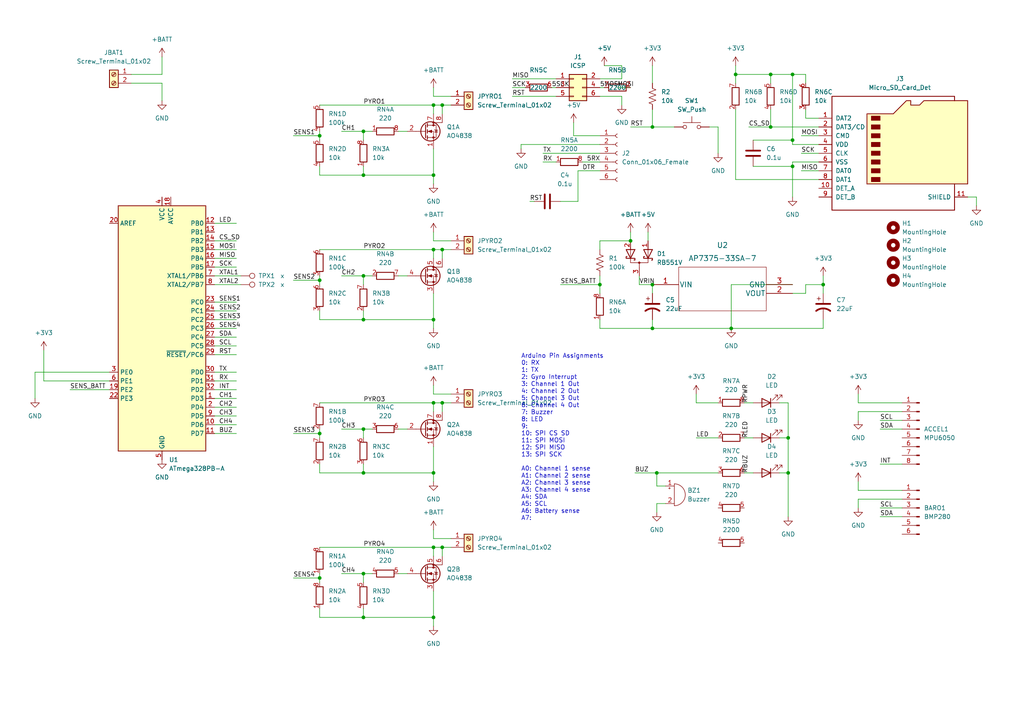
<source format=kicad_sch>
(kicad_sch (version 20211123) (generator eeschema)
  (paper "A4")
  (junction (at 229.87 48.26))
  (junction (at 125.73 30.48))
  (junction (at 105.41 137.16))
  (junction (at 125.73 137.16))
  (junction (at -40.64 40.64))
  (junction (at 125.73 116.84))
  (junction (at -40.64 33.02))
  (junction (at 229.87 40.64))
  (junction (at 105.41 50.8))
  (junction (at 228.6 127))
  (junction (at 238.76 82.55))
  (junction (at 223.52 21.59))
  (junction (at 92.71 81.28))
  (junction (at 189.23 95.25))
  (junction (at 173.99 82.55))
  (junction (at 223.52 36.83))
  (junction (at 128.27 116.84))
  (junction (at 105.41 179.07))
  (junction (at -20.32 143.51))
  (junction (at 189.23 36.83))
  (junction (at 105.41 80.01))
  (junction (at 105.41 166.37))
  (junction (at 229.87 21.59))
  (junction (at 228.6 137.16))
  (junction (at 125.73 72.39))
  (junction (at 125.73 179.07))
  (junction (at 189.23 82.55))
  (junction (at 128.27 72.39))
  (junction (at 128.27 158.75))
  (junction (at 213.36 21.59))
  (junction (at 190.5 137.16))
  (junction (at 105.41 38.1))
  (junction (at 125.73 158.75))
  (junction (at 105.41 124.46))
  (junction (at -35.56 33.02))
  (junction (at 128.27 30.48))
  (junction (at 125.73 92.71))
  (junction (at 212.09 95.25))
  (junction (at -19.05 33.02))
  (junction (at 105.41 92.71))
  (junction (at 182.88 69.85))
  (junction (at 92.71 167.64))
  (junction (at 92.71 125.73))
  (junction (at 92.71 39.37))
  (junction (at 125.73 50.8))
  (wire (pts (xy 130.81 116.84) (xy 128.27 116.84)))
  (wire (pts (xy 166.37 39.37) (xy 173.99 39.37)))
  (wire (pts (xy 151.13 41.91) (xy 173.99 41.91)))
  (wire (pts (xy 107.95 80.01) (xy 105.41 80.01)))
  (wire (pts (xy 92.71 48.26) (xy 92.71 50.8)))
  (wire (pts (xy 125.73 156.21) (xy 125.73 153.67)))
  (wire (pts (xy 173.99 92.71) (xy 173.99 95.25)))
  (wire (pts (xy 130.81 30.48) (xy 128.27 30.48)))
  (wire (pts (xy 92.71 167.64) (xy 92.71 168.91)))
  (wire (pts (xy 125.73 72.39) (xy 128.27 72.39)))
  (wire (pts (xy 173.99 25.4) (xy 175.26 25.4)))
  (wire (pts (xy 62.23 125.73) (xy 68.58 125.73)))
  (wire (pts (xy 130.81 72.39) (xy 128.27 72.39)))
  (wire (pts (xy 62.23 113.03) (xy 68.58 113.03)))
  (wire (pts (xy 92.71 124.46) (xy 92.71 125.73)))
  (wire (pts (xy 233.68 24.13) (xy 233.68 21.59)))
  (wire (pts (xy 233.68 82.55) (xy 233.68 85.09)))
  (wire (pts (xy 229.87 21.59) (xy 233.68 21.59)))
  (wire (pts (xy 125.73 43.18) (xy 125.73 50.8)))
  (wire (pts (xy 92.71 39.37) (xy 92.71 40.64)))
  (wire (pts (xy 92.71 134.62) (xy 92.71 137.16)))
  (wire (pts (xy 46.99 24.13) (xy 46.99 29.21)))
  (wire (pts (xy -40.64 33.02) (xy -35.56 33.02)))
  (wire (pts (xy 62.23 92.71) (xy 68.58 92.71)))
  (wire (pts (xy 38.1 24.13) (xy 46.99 24.13)))
  (wire (pts (xy 215.9 127) (xy 218.44 127)))
  (wire (pts (xy 148.59 25.4) (xy 152.4 25.4)))
  (wire (pts (xy 62.23 123.19) (xy 68.58 123.19)))
  (wire (pts (xy 255.27 147.32) (xy 261.62 147.32)))
  (wire (pts (xy 182.88 67.31) (xy 182.88 69.85)))
  (wire (pts (xy 62.23 118.11) (xy 68.58 118.11)))
  (wire (pts (xy 107.95 38.1) (xy 105.41 38.1)))
  (wire (pts (xy 85.09 125.73) (xy 92.71 125.73)))
  (wire (pts (xy 190.5 140.97) (xy 190.5 137.16)))
  (wire (pts (xy -19.05 33.02) (xy -16.51 33.02)))
  (wire (pts (xy 92.71 137.16) (xy 105.41 137.16)))
  (wire (pts (xy 237.49 41.91) (xy 229.87 41.91)))
  (wire (pts (xy 162.56 82.55) (xy 173.99 82.55)))
  (wire (pts (xy 130.81 156.21) (xy 125.73 156.21)))
  (wire (pts (xy 128.27 158.75) (xy 128.27 161.29)))
  (wire (pts (xy 148.59 27.94) (xy 161.29 27.94)))
  (wire (pts (xy 92.71 179.07) (xy 105.41 179.07)))
  (wire (pts (xy 151.13 41.91) (xy 151.13 43.18)))
  (wire (pts (xy 99.06 38.1) (xy 105.41 38.1)))
  (wire (pts (xy 173.99 49.53) (xy 167.64 49.53)))
  (wire (pts (xy 10.16 107.95) (xy 10.16 115.57)))
  (wire (pts (xy 180.34 19.05) (xy 175.26 19.05)))
  (wire (pts (xy 228.6 116.84) (xy 228.6 127)))
  (wire (pts (xy -21.59 143.51) (xy -21.59 142.24)))
  (wire (pts (xy 99.06 124.46) (xy 105.41 124.46)))
  (wire (pts (xy 190.5 137.16) (xy 208.28 137.16)))
  (wire (pts (xy 125.73 179.07) (xy 125.73 181.61)))
  (wire (pts (xy 92.71 92.71) (xy 105.41 92.71)))
  (wire (pts (xy 185.42 82.55) (xy 189.23 82.55)))
  (wire (pts (xy 128.27 72.39) (xy 128.27 74.93)))
  (wire (pts (xy 105.41 124.46) (xy 105.41 127)))
  (wire (pts (xy 125.73 158.75) (xy 128.27 158.75)))
  (wire (pts (xy 237.49 46.99) (xy 229.87 46.99)))
  (wire (pts (xy 168.91 46.99) (xy 173.99 46.99)))
  (wire (pts (xy 105.41 92.71) (xy 125.73 92.71)))
  (wire (pts (xy 226.06 137.16) (xy 228.6 137.16)))
  (wire (pts (xy 237.49 34.29) (xy 233.68 34.29)))
  (wire (pts (xy 193.04 140.97) (xy 190.5 140.97)))
  (wire (pts (xy 62.23 115.57) (xy 68.58 115.57)))
  (wire (pts (xy 215.9 116.84) (xy 218.44 116.84)))
  (wire (pts (xy 213.36 21.59) (xy 213.36 24.13)))
  (wire (pts (xy 105.41 179.07) (xy 125.73 179.07)))
  (wire (pts (xy 31.75 110.49) (xy 12.7 110.49)))
  (wire (pts (xy -19.05 143.51) (xy -20.32 143.51)))
  (wire (pts (xy 92.71 72.39) (xy 125.73 72.39)))
  (wire (pts (xy 167.64 58.42) (xy 162.56 58.42)))
  (wire (pts (xy 217.17 36.83) (xy 223.52 36.83)))
  (wire (pts (xy 223.52 24.13) (xy 223.52 21.59)))
  (wire (pts (xy 125.73 74.93) (xy 125.73 72.39)))
  (wire (pts (xy -19.05 33.02) (xy -19.05 50.8)))
  (wire (pts (xy 12.7 101.6) (xy 12.7 110.49)))
  (wire (pts (xy 105.41 90.17) (xy 105.41 92.71)))
  (wire (pts (xy 193.04 146.05) (xy 190.5 146.05)))
  (wire (pts (xy 248.92 144.78) (xy 248.92 147.32)))
  (wire (pts (xy 218.44 48.26) (xy 229.87 48.26)))
  (wire (pts (xy 125.73 69.85) (xy 125.73 67.31)))
  (wire (pts (xy 92.71 116.84) (xy 125.73 116.84)))
  (wire (pts (xy 223.52 21.59) (xy 213.36 21.59)))
  (wire (pts (xy 189.23 82.55) (xy 189.23 85.09)))
  (wire (pts (xy 115.57 166.37) (xy 118.11 166.37)))
  (wire (pts (xy 38.1 21.59) (xy 46.99 21.59)))
  (wire (pts (xy 92.71 158.75) (xy 125.73 158.75)))
  (wire (pts (xy 69.85 80.01) (xy 62.23 80.01)))
  (wire (pts (xy 125.73 116.84) (xy 128.27 116.84)))
  (wire (pts (xy 62.23 64.77) (xy 68.58 64.77)))
  (wire (pts (xy -45.72 40.64) (xy -40.64 40.64)))
  (wire (pts (xy 189.23 36.83) (xy 189.23 31.75)))
  (wire (pts (xy 130.81 27.94) (xy 125.73 27.94)))
  (wire (pts (xy 205.74 36.83) (xy 208.28 36.83)))
  (wire (pts (xy 20.32 113.03) (xy 31.75 113.03)))
  (wire (pts (xy 92.71 81.28) (xy 92.71 82.55)))
  (wire (pts (xy 232.41 39.37) (xy 237.49 39.37)))
  (wire (pts (xy 107.95 124.46) (xy 105.41 124.46)))
  (wire (pts (xy 107.95 166.37) (xy 105.41 166.37)))
  (wire (pts (xy -16.51 33.02) (xy -16.51 50.8)))
  (wire (pts (xy 238.76 80.01) (xy 238.76 82.55)))
  (wire (pts (xy 255.27 121.92) (xy 261.62 121.92)))
  (wire (pts (xy 248.92 139.7) (xy 248.92 142.24)))
  (wire (pts (xy 153.67 58.42) (xy 154.94 58.42)))
  (wire (pts (xy 62.23 100.33) (xy 68.58 100.33)))
  (wire (pts (xy 62.23 72.39) (xy 68.58 72.39)))
  (wire (pts (xy 125.73 33.02) (xy 125.73 30.48)))
  (wire (pts (xy 125.73 119.38) (xy 125.73 116.84)))
  (wire (pts (xy 233.68 34.29) (xy 233.68 31.75)))
  (wire (pts (xy 160.02 25.4) (xy 161.29 25.4)))
  (wire (pts (xy 255.27 149.86) (xy 261.62 149.86)))
  (wire (pts (xy 173.99 27.94) (xy 180.34 27.94)))
  (wire (pts (xy 125.73 50.8) (xy 125.73 53.34)))
  (wire (pts (xy 62.23 120.65) (xy 68.58 120.65)))
  (wire (pts (xy 229.87 41.91) (xy 229.87 40.64)))
  (wire (pts (xy 283.21 59.69) (xy 283.21 57.15)))
  (wire (pts (xy 232.41 49.53) (xy 237.49 49.53)))
  (wire (pts (xy 166.37 35.56) (xy 166.37 39.37)))
  (wire (pts (xy 184.15 137.16) (xy 190.5 137.16)))
  (wire (pts (xy 248.92 119.38) (xy 248.92 121.92)))
  (wire (pts (xy 125.73 27.94) (xy 125.73 25.4)))
  (wire (pts (xy 62.23 87.63) (xy 68.58 87.63)))
  (wire (pts (xy 173.99 95.25) (xy 189.23 95.25)))
  (wire (pts (xy 173.99 69.85) (xy 182.88 69.85)))
  (wire (pts (xy 233.68 85.09) (xy 229.87 85.09)))
  (wire (pts (xy 62.23 110.49) (xy 68.58 110.49)))
  (wire (pts (xy 31.75 107.95) (xy 10.16 107.95)))
  (wire (pts (xy 92.71 30.48) (xy 125.73 30.48)))
  (wire (pts (xy 173.99 82.55) (xy 173.99 85.09)))
  (wire (pts (xy 228.6 127) (xy 228.6 137.16)))
  (wire (pts (xy 105.41 166.37) (xy 105.41 168.91)))
  (wire (pts (xy 92.71 38.1) (xy 92.71 39.37)))
  (wire (pts (xy 62.23 107.95) (xy 68.58 107.95)))
  (wire (pts (xy 180.34 27.94) (xy 180.34 30.48)))
  (wire (pts (xy 248.92 119.38) (xy 261.62 119.38)))
  (wire (pts (xy 85.09 39.37) (xy 92.71 39.37)))
  (wire (pts (xy 62.23 77.47) (xy 68.58 77.47)))
  (wire (pts (xy 157.48 46.99) (xy 161.29 46.99)))
  (wire (pts (xy 283.21 57.15) (xy 280.67 57.15)))
  (wire (pts (xy 105.41 50.8) (xy 105.41 48.26)))
  (wire (pts (xy 69.85 82.55) (xy 62.23 82.55)))
  (wire (pts (xy 208.28 36.83) (xy 208.28 44.45)))
  (wire (pts (xy 173.99 72.39) (xy 173.99 69.85)))
  (wire (pts (xy 237.49 36.83) (xy 223.52 36.83)))
  (wire (pts (xy 255.27 134.62) (xy 261.62 134.62)))
  (wire (pts (xy 189.23 19.05) (xy 189.23 24.13)))
  (wire (pts (xy 62.23 90.17) (xy 68.58 90.17)))
  (wire (pts (xy 92.71 176.53) (xy 92.71 179.07)))
  (wire (pts (xy 212.09 82.55) (xy 212.09 95.25)))
  (wire (pts (xy 228.6 137.16) (xy 228.6 149.86)))
  (wire (pts (xy 99.06 166.37) (xy 105.41 166.37)))
  (wire (pts (xy 125.73 92.71) (xy 125.73 95.25)))
  (wire (pts (xy 92.71 80.01) (xy 92.71 81.28)))
  (wire (pts (xy 238.76 85.09) (xy 238.76 82.55)))
  (wire (pts (xy 125.73 85.09) (xy 125.73 92.71)))
  (wire (pts (xy 105.41 137.16) (xy 105.41 134.62)))
  (wire (pts (xy 212.09 95.25) (xy 238.76 95.25)))
  (wire (pts (xy -45.72 33.02) (xy -40.64 33.02)))
  (wire (pts (xy 62.23 95.25) (xy 68.58 95.25)))
  (wire (pts (xy 85.09 167.64) (xy 92.71 167.64)))
  (wire (pts (xy 130.81 158.75) (xy 128.27 158.75)))
  (wire (pts (xy 105.41 176.53) (xy 105.41 179.07)))
  (wire (pts (xy 255.27 124.46) (xy 261.62 124.46)))
  (wire (pts (xy 201.93 114.3) (xy 201.93 116.84)))
  (wire (pts (xy 125.73 171.45) (xy 125.73 179.07)))
  (wire (pts (xy -40.64 40.64) (xy -35.56 40.64)))
  (wire (pts (xy 173.99 80.01) (xy 173.99 82.55)))
  (wire (pts (xy 125.73 50.8) (xy 105.41 50.8)))
  (wire (pts (xy 105.41 38.1) (xy 105.41 40.64)))
  (wire (pts (xy 189.23 92.71) (xy 189.23 95.25)))
  (wire (pts (xy 99.06 80.01) (xy 105.41 80.01)))
  (wire (pts (xy 62.23 102.87) (xy 68.58 102.87)))
  (wire (pts (xy 125.73 129.54) (xy 125.73 137.16)))
  (wire (pts (xy 180.34 19.05) (xy 180.34 22.86)))
  (wire (pts (xy 62.23 74.93) (xy 68.58 74.93)))
  (wire (pts (xy 189.23 95.25) (xy 212.09 95.25)))
  (wire (pts (xy 215.9 137.16) (xy 218.44 137.16)))
  (wire (pts (xy -50.8 73.66) (xy -34.29 73.66)))
  (wire (pts (xy 92.71 50.8) (xy 105.41 50.8)))
  (wire (pts (xy 248.92 116.84) (xy 261.62 116.84)))
  (wire (pts (xy 130.81 114.3) (xy 125.73 114.3)))
  (wire (pts (xy -35.56 33.02) (xy -19.05 33.02)))
  (wire (pts (xy -20.32 143.51) (xy -21.59 143.51)))
  (wire (pts (xy 223.52 21.59) (xy 229.87 21.59)))
  (wire (pts (xy 92.71 166.37) (xy 92.71 167.64)))
  (wire (pts (xy 130.81 69.85) (xy 125.73 69.85)))
  (wire (pts (xy 125.73 114.3) (xy 125.73 111.76)))
  (wire (pts (xy 128.27 30.48) (xy 128.27 33.02)))
  (wire (pts (xy 248.92 114.3) (xy 248.92 116.84)))
  (wire (pts (xy 148.59 22.86) (xy 161.29 22.86)))
  (wire (pts (xy 248.92 144.78) (xy 261.62 144.78)))
  (wire (pts (xy 182.88 25.4) (xy 179.07 25.4)))
  (wire (pts (xy 226.06 116.84) (xy 228.6 116.84)))
  (wire (pts (xy 85.09 81.28) (xy 92.71 81.28)))
  (wire (pts (xy 182.88 36.83) (xy 189.23 36.83)))
  (wire (pts (xy 248.92 142.24) (xy 261.62 142.24)))
  (wire (pts (xy 46.99 16.51) (xy 46.99 21.59)))
  (wire (pts (xy 195.58 36.83) (xy 189.23 36.83)))
  (wire (pts (xy 218.44 40.64) (xy 229.87 40.64)))
  (wire (pts (xy 62.23 69.85) (xy 68.58 69.85)))
  (wire (pts (xy 125.73 30.48) (xy 128.27 30.48)))
  (wire (pts (xy 185.42 80.01) (xy 185.42 82.55)))
  (wire (pts (xy 213.36 19.05) (xy 213.36 21.59)))
  (wire (pts (xy 238.76 82.55) (xy 233.68 82.55)))
  (wire (pts (xy 125.73 137.16) (xy 105.41 137.16)))
  (wire (pts (xy 128.27 116.84) (xy 128.27 119.38)))
  (wire (pts (xy 213.36 52.07) (xy 213.36 31.75)))
  (wire (pts (xy 208.28 116.84) (xy 201.93 116.84)))
  (wire (pts (xy 125.73 137.16) (xy 125.73 139.7)))
  (wire (pts (xy 157.48 44.45) (xy 173.99 44.45)))
  (wire (pts (xy 229.87 82.55) (xy 212.09 82.55)))
  (wire (pts (xy 238.76 95.25) (xy 238.76 92.71)))
  (wire (pts (xy 226.06 127) (xy 228.6 127)))
  (wire (pts (xy 187.96 67.31) (xy 187.96 69.85)))
  (wire (pts (xy 237.49 52.07) (xy 213.36 52.07)))
  (wire (pts (xy 229.87 40.64) (xy 229.87 21.59)))
  (wire (pts (xy 115.57 80.01) (xy 118.11 80.01)))
  (wire (pts (xy 229.87 48.26) (xy 229.87 57.15)))
  (wire (pts (xy 115.57 124.46) (xy 118.11 124.46)))
  (wire (pts (xy 92.71 90.17) (xy 92.71 92.71)))
  (wire (pts (xy 62.23 97.79) (xy 68.58 97.79)))
  (wire (pts (xy 105.41 80.01) (xy 105.41 82.55)))
  (wire (pts (xy 229.87 46.99) (xy 229.87 48.26)))
  (wire (pts (xy 115.57 38.1) (xy 118.11 38.1)))
  (wire (pts (xy 125.73 161.29) (xy 125.73 158.75)))
  (wire (pts (xy 223.52 36.83) (xy 223.52 31.75)))
  (wire (pts (xy 190.5 146.05) (xy 190.5 148.59)))
  (wire (pts (xy 201.93 127) (xy 208.28 127)))
  (wire (pts (xy 167.64 49.53) (xy 167.64 58.42)))
  (wire (pts (xy -19.05 142.24) (xy -19.05 143.51)))
  (wire (pts (xy 92.71 125.73) (xy 92.71 127)))
  (wire (pts (xy 180.34 22.86) (xy 173.99 22.86)))
  (wire (pts (xy 232.41 44.45) (xy 237.49 44.45)))
  (text "Arduino Pin Assignments\n0: RX\n1: TX\n2: Gyro Interrupt\n3: Channel 1 Out\n4: Channel 2 Out\n5: Channel 3 Out\n6: Channel 4 Out\n7: Buzzer\n8: LED\n9: \n10: SPI CS SD\n11: SPI MOSI\n12: SPI MISO\n13: SPI SCK\n\nA0: Channel 1 sense\nA1: Channel 2 sense\nA2: Channel 3 sense\nA3: Channel 4 sense\nA4: SDA\nA5: SCL\nA6: Battery sense\nA7:" (at 151.13 151.13 0) (effects (font (size 1.27 1.27)) (justify left bottom)))
  (label "INT" (at 255.27 134.62 0))
  (label "SENS4" (at 63.5 95.25 0))
  (label "CH4" (at 99.06 166.37 0))
  (label "MISO" (at 232.41 49.53 0))
  (label "SCL" (at 63.5 100.33 0))
  (label "VRIN" (at 185.42 82.55 0))
  (label "PYRO3" (at 105.41 116.84 0))
  (label "RST" (at 148.59 27.94 0))
  (label "CH4" (at 63.5 123.19 0))
  (label "MISO" (at 148.59 22.86 0))
  (label "BUZ" (at 63.5 125.73 0))
  (label "XTAL1" (at 63.5 80.01 0))
  (label "RX" (at 63.5 110.49 0))
  (label "SCL" (at 255.27 147.32 0))
  (label "BUZ" (at 184.15 137.16 0))
  (label "CH3" (at 99.06 124.46 0))
  (label "RST" (at 63.5 102.87 0))
  (label "SENS4" (at 85.09 167.64 0))
  (label "CH3" (at 63.5 120.65 0))
  (label "SCK" (at 63.5 77.47 0))
  (label "RST" (at 153.67 58.42 0))
  (label "CH1" (at 63.5 115.57 0))
  (label "MISO" (at 63.5 74.93 0))
  (label "CS_SD" (at 217.17 36.83 0))
  (label "TX" (at 157.48 44.45 0))
  (label "SCK" (at 232.41 44.45 0))
  (label "SENS_BATT" (at 162.56 82.55 0))
  (label "5RX" (at 170.18 46.99 0))
  (label "SENS_BATT" (at 20.32 113.03 0))
  (label "SCL" (at 255.27 121.92 0))
  (label "MOSI" (at 232.41 39.37 0))
  (label "5MOSI" (at 173.99 25.4 0))
  (label "MOSI" (at 63.5 72.39 0))
  (label "SENS3" (at 63.5 92.71 0))
  (label "DTR" (at 168.91 49.53 0))
  (label "LED" (at 201.93 127 0))
  (label "SENS2" (at 63.5 90.17 0))
  (label "SENS3" (at 85.09 125.73 0))
  (label "TX" (at 63.5 107.95 0))
  (label "CS_SD" (at 63.5 69.85 0))
  (label "SENS1" (at 85.09 39.37 0))
  (label "INT" (at 63.5 113.03 0))
  (label "RX" (at 157.48 46.99 0))
  (label "XTAL2" (at 63.5 82.55 0))
  (label "CH1" (at 99.06 38.1 0))
  (label "RPWR" (at 217.17 116.84 90))
  (label "SCK" (at 148.59 25.4 0))
  (label "MOSI" (at 179.07 25.4 0))
  (label "RBUZ" (at 217.17 137.16 90))
  (label "5SCK" (at 160.02 25.4 0))
  (label "PYRO1" (at 105.41 30.48 0))
  (label "CH2" (at 63.5 118.11 0))
  (label "SENS2" (at 85.09 81.28 0))
  (label "SENS1" (at 63.5 87.63 0))
  (label "SDA" (at 63.5 97.79 0))
  (label "RLED" (at 217.17 127 90))
  (label "PYRO2" (at 105.41 72.39 0))
  (label "SDA" (at 255.27 124.46 0))
  (label "LED" (at 63.5 64.77 0))
  (label "PYRO4" (at 105.41 158.75 0))
  (label "SDA" (at 255.27 149.86 0))
  (label "RST" (at 182.88 36.83 0))
  (label "CH2" (at 99.06 80.01 0))
  (symbol (lib_id "power:GND") (at -20.32 143.51 0) (unit 1)
    (property "Reference" "#PWR?" (effects hide))
    (property "Value" "GND" (at -20.32 148.59 0))
  )
  (symbol (lib_id "Device:R_Pack04_Split") (at 92.71 130.81 0) (unit 2)
    (property "Reference" "RN2" (at 95.25 129.5399 0) (effects (justify left)))
    (property "Value" "10k" (at 95.25 132.0799 0) (effects (justify left)))
    (property "Footprint" "Resistor_SMD:R_Array_Concave_4x0603" (effects hide))
  )
  (symbol (lib_id "Mechanical:MountingHole") (at 259.08 81.28 0) (unit 1)
    (property "Reference" "H4" (at 261.62 80.0099 0) (effects (justify left)))
    (property "Value" "MountingHole" (at 261.62 82.55 0) (effects (justify left)))
    (property "Footprint" "MountingHole:MountingHole_3.2mm_M3" (effects hide))
  )
  (symbol (lib_id "power:GND") (at 228.6 149.86 0) (unit 1)
    (property "Reference" "#PWR029" (effects hide))
    (property "Value" "GND" (at 228.6 154.94 0))
  )
  (symbol (lib_id "Device:C") (at -50.8 77.47 0) (unit 1)
    (property "Reference" "C?" (at -46.99 76.1999 0) (effects (justify left)))
    (property "Value" "0.1u" (at -46.99 78.7399 0) (effects (justify left)))
    (property "Footprint" "Capacitor_SMD:C_0805_2012Metric_Pad1.18x1.45mm_HandSolder" (effects hide))
  )
  (symbol (lib_id "Connector:TestPoint") (at 69.85 82.55 270) (unit 1)
    (property "Reference" "TPX2" (at 74.93 82.55 90) (effects (justify left)))
    (property "Value" "x" (at 81.28 82.55 90) (effects (justify left)))
    (property "Footprint" "TestPoint:TestPoint_Pad_D1.5mm" (effects hide))
  )
  (symbol (lib_id "Device:C_Polarized_US") (at 238.76 88.9 0) (unit 1)
    (property "Reference" "C7" (at 242.57 86.9949 0) (effects (justify left)))
    (property "Value" "22uF" (at 242.57 89.5349 0) (effects (justify left)))
    (property "Footprint" "Capacitor_SMD:C_1206_3216Metric_Pad1.33x1.80mm_HandSolder" (effects hide))
  )
  (symbol (lib_id "Device:R_Pack04_Split") (at 213.36 27.94 0) (unit 2)
    (property "Reference" "RN6" (at 215.9 26.6699 0) (effects (justify left)))
    (property "Value" "10k" (at 215.9 29.2099 0) (effects (justify left)))
    (property "Footprint" "Resistor_SMD:R_Array_Concave_4x0603" (effects hide))
  )
  (symbol (lib_id "Connector:Screw_Terminal_01x02") (at 135.89 156.21 0) (unit 1)
    (property "Reference" "JPYRO4" (at 138.43 156.2099 0) (effects (justify left)))
    (property "Value" "Screw_Terminal_01x02" (at 138.43 158.7499 0) (effects (justify left)))
    (property "Footprint" "TerminalBlock_TE-Connectivity:TerminalBlock_TE_282834-2_1x02_P2.54mm_Horizontal" (effects hide))
  )
  (symbol (lib_id "Device:R_Pack04_Split") (at 105.41 130.81 0) (unit 3)
    (property "Reference" "RN3" (at 107.95 129.5399 0) (effects (justify left)))
    (property "Value" "10k" (at 107.95 132.0799 0) (effects (justify left)))
    (property "Footprint" "Resistor_SMD:R_Array_Concave_4x0603" (effects hide))
  )
  (symbol (lib_id "Mechanical:MountingHole") (at 259.08 76.2 0) (unit 1)
    (property "Reference" "H3" (at 261.62 74.9299 0) (effects (justify left)))
    (property "Value" "MountingHole" (at 261.62 77.4699 0) (effects (justify left)))
    (property "Footprint" "MountingHole:MountingHole_3.2mm_M3" (effects hide))
  )
  (symbol (lib_id "Device:R_Pack04_Split") (at 212.09 116.84 270) (unit 1)
    (property "Reference" "RN7" (at 212.09 110.49 90))
    (property "Value" "220" (at 212.09 113.03 90))
    (property "Footprint" "Resistor_SMD:R_Array_Concave_4x0603" (effects hide))
  )
  (symbol (lib_id "power:GND") (at 283.21 59.69 0) (unit 1)
    (property "Reference" "#PWR036" (effects hide))
    (property "Value" "GND" (at 283.21 64.77 0))
  )
  (symbol (lib_id "power:+BATT") (at 182.88 67.31 0) (unit 1)
    (property "Reference" "#PWR021" (effects hide))
    (property "Value" "+BATT" (at 182.88 62.23 0))
  )
  (symbol (lib_id "Device:LED") (at 222.25 137.16 180) (unit 1)
    (property "Reference" "D4" (at 223.8375 129.54 0))
    (property "Value" "LED" (at 223.8375 132.08 0))
    (property "Footprint" "LED_THT:LED_D3.0mm" (effects hide))
  )
  (symbol (lib_id "power:GND") (at 248.92 121.92 0) (unit 1)
    (property "Reference" "#PWR033" (effects hide))
    (property "Value" "GND" (at 248.92 127 0))
  )
  (symbol (lib_id "Device:C") (at 218.44 44.45 0) (unit 1)
    (property "Reference" "C6" (at 222.25 43.1799 0) (effects (justify left)))
    (property "Value" "0.1u" (at 222.25 45.7199 0) (effects (justify left)))
    (property "Footprint" "Capacitor_SMD:C_0805_2012Metric_Pad1.18x1.45mm_HandSolder" (effects hide))
  )
  (symbol (lib_id "Connector:Screw_Terminal_01x02") (at 135.89 27.94 0) (unit 1)
    (property "Reference" "JPYRO1" (at 138.43 27.9399 0) (effects (justify left)))
    (property "Value" "Screw_Terminal_01x02" (at 138.43 30.4799 0) (effects (justify left)))
    (property "Footprint" "TerminalBlock_TE-Connectivity:TerminalBlock_TE_282834-2_1x02_P2.54mm_Horizontal" (effects hide))
  )
  (symbol (lib_id "Device:C_Polarized_US") (at 189.23 88.9 0) (unit 1)
    (property "Reference" "C5" (at 193.04 86.9949 0) (effects (justify left)))
    (property "Value" "22uF" (at 193.04 89.5349 0) (effects (justify left)))
    (property "Footprint" "Capacitor_SMD:C_1206_3216Metric_Pad1.33x1.80mm_HandSolder" (effects hide))
  )
  (symbol (lib_id "power:GND") (at 46.99 29.21 0) (unit 1)
    (property "Reference" "#PWR07" (effects hide))
    (property "Value" "GND" (at 46.99 34.29 0))
  )
  (symbol (lib_id "Device:R_Pack04_Split") (at 179.07 25.4 90) (mirror x) (unit 2)
    (property "Reference" "RN5" (at 179.07 20.32 90))
    (property "Value" "2200" (at 179.07 25.4 90))
    (property "Footprint" "Resistor_SMD:R_Array_Concave_4x0603" (effects hide))
  )
  (symbol (lib_id "Device:D_Schottky_Dual_CommonCathode_AAK_Parallel") (at 185.42 74.93 270) (unit 1)
    (property "Reference" "D1" (at 190.5 73.5964 90) (effects (justify left)))
    (property "Value" "RB551V" (at 190.5 76.1364 90) (effects (justify left)))
    (property "Footprint" "Package_TO_SOT_SMD:SOT-23_Handsoldering" (effects hide))
  )
  (symbol (lib_id "Device:R_Pack04_Split") (at 92.71 120.65 0) (unit 2)
    (property "Reference" "RN1" (at 95.25 119.3799 0) (effects (justify left)))
    (property "Value" "100k" (at 95.25 121.9199 0) (effects (justify left)))
    (property "Footprint" "Resistor_SMD:R_Array_Concave_4x0603" (effects hide))
  )
  (symbol (lib_id "power:GND") (at 248.92 147.32 0) (unit 1)
    (property "Reference" "#PWR035" (effects hide))
    (property "Value" "GND" (at 248.92 152.4 0))
  )
  (symbol (lib_id "Device:Q_Dual_NMOS_S1G1S2G2D2D2D1D1") (at 123.19 166.37 0) (unit 2)
    (property "Reference" "Q2" (at 129.54 165.0999 0) (effects (justify left)))
    (property "Value" "AO4838" (at 129.54 167.6399 0) (effects (justify left)))
    (property "Footprint" "Package_SO:SO-8_3.9x4.9mm_P1.27mm" (effects hide))
  )
  (symbol (lib_id "Device:R_US") (at 173.99 76.2 0) (unit 1)
    (property "Reference" "R1" (at 176.53 74.9299 0) (effects (justify left)))
    (property "Value" "100k" (at 176.53 77.4699 0) (effects (justify left)))
    (property "Footprint" "Resistor_SMD:R_0805_2012Metric_Pad1.20x1.40mm_HandSolder" (effects hide))
  )
  (symbol (lib_id "Connector:Screw_Terminal_01x02") (at 33.02 21.59 0) (mirror y) (unit 1)
    (property "Reference" "JBAT1" (at 33.02 15.24 0))
    (property "Value" "Screw_Terminal_01x02" (at 33.02 17.78 0))
    (property "Footprint" "TerminalBlock_TE-Connectivity:TerminalBlock_TE_282834-2_1x02_P2.54mm_Horizontal" (effects hide))
  )
  (symbol (lib_id "MCU_Microchip_ATmega:ATmega32U4-A") (at -19.05 96.52 0) (unit 1)
    (property "Reference" "U?" (at -17.0306 142.24 0) (effects (justify left)))
    (property "Value" "ATmega32U4-A" (at -17.0306 144.78 0) (effects (justify left)))
    (property "Footprint" "Package_QFP:TQFP-44_10x10mm_P0.8mm" (effects hide))
    (property "Datasheet" "http://ww1.microchip.com/downloads/en/DeviceDoc/Atmel-7766-8-bit-AVR-ATmega16U4-32U4_Datasheet.pdf" (effects hide))
  )
  (symbol (lib_id "power:+3V3") (at 213.36 19.05 0) (unit 1)
    (property "Reference" "#PWR028" (effects hide))
    (property "Value" "+3V3" (at 213.36 13.97 0))
  )
  (symbol (lib_id "power:GND") (at 208.28 44.45 0) (unit 1)
    (property "Reference" "#PWR026" (effects hide))
    (property "Value" "GND" (at 208.28 49.53 0))
  )
  (symbol (lib_id "Device:Q_Dual_NMOS_S1G1S2G2D2D2D1D1") (at 123.19 38.1 0) (unit 1)
    (property "Reference" "Q1" (at 129.54 36.8299 0) (effects (justify left)))
    (property "Value" "AO4838" (at 129.54 39.3699 0) (effects (justify left)))
    (property "Footprint" "Package_SO:SO-8_3.9x4.9mm_P1.27mm" (effects hide))
  )
  (symbol (lib_id "Connector_Generic:Conn_02x03_Odd_Even") (at 166.37 25.4 0) (unit 1)
    (property "Reference" "J1" (at 167.64 16.51 0))
    (property "Value" "ICSP" (at 167.64 19.05 0))
    (property "Footprint" "Connector_PinHeader_2.54mm:PinHeader_2x03_P2.54mm_Vertical" (effects hide))
  )
  (symbol (lib_id "Device:R_Pack04_Split") (at 212.09 157.48 270) (unit 4)
    (property "Reference" "RN5" (at 212.09 151.13 90))
    (property "Value" "2200" (at 212.09 153.67 90))
    (property "Footprint" "Resistor_SMD:R_Array_Concave_4x0603" (effects hide))
  )
  (symbol (lib_id "Connector:Micro_SD_Card_Det") (at 260.35 44.45 0) (unit 1)
    (property "Reference" "J3" (at 260.985 22.86 0))
    (property "Value" "Micro_SD_Card_Det" (at 260.985 25.4 0))
    (property "Footprint" "Connector_Amphenol_Custom:Connector_Amphenol_MicroSD_PushPull" (effects hide))
    (property "Datasheet" "https://www.hirose.com/product/en/download_file/key_name/DM3/category/Catalog/doc_file_id/49662/?file_category_id=4&item_id=195&is_series=1" (effects hide))
  )
  (symbol (lib_id "power:GND") (at -50.8 81.28 0) (unit 1)
    (property "Reference" "#PWR?" (effects hide))
    (property "Value" "GND" (at -50.8 86.36 0))
  )
  (symbol (lib_id "Device:R_Pack04_Split") (at 111.76 38.1 270) (unit 1)
    (property "Reference" "RN4" (at 111.76 31.75 90))
    (property "Value" "220" (at 111.76 34.29 90))
    (property "Footprint" "Resistor_SMD:R_Array_Concave_4x0603" (effects hide))
  )
  (symbol (lib_id "Device:LED") (at 222.25 127 180) (unit 1)
    (property "Reference" "D3" (at 223.8375 119.38 0))
    (property "Value" "LED" (at 223.8375 121.92 0))
    (property "Footprint" "LED_THT:LED_D3.0mm" (effects hide))
  )
  (symbol (lib_id "power:+5V") (at 166.37 35.56 0) (unit 1)
    (property "Reference" "#PWR018" (effects hide))
    (property "Value" "+5V" (at 166.37 30.48 0))
  )
  (symbol (lib_id "power:+3V3") (at 248.92 114.3 0) (unit 1)
    (property "Reference" "#PWR032" (effects hide))
    (property "Value" "+3V3" (at 248.92 109.22 0))
  )
  (symbol (lib_id "Device:R_Pack04_Split") (at 105.41 44.45 0) (unit 1)
    (property "Reference" "RN3" (at 107.95 43.1799 0) (effects (justify left)))
    (property "Value" "10k" (at 107.95 45.7199 0) (effects (justify left)))
    (property "Footprint" "Resistor_SMD:R_Array_Concave_4x0603" (effects hide))
  )
  (symbol (lib_id "power:GND") (at 190.5 148.59 0) (unit 1)
    (property "Reference" "#PWR024" (effects hide))
    (property "Value" "GND" (at 190.5 153.67 0))
  )
  (symbol (lib_id "power:+3V3") (at 12.7 101.6 0) (unit 1)
    (property "Reference" "#PWR02" (effects hide))
    (property "Value" "+3V3" (at 12.7 96.52 0))
  )
  (symbol (lib_id "power:+3V3") (at 238.76 80.01 0) (unit 1)
    (property "Reference" "#PWR031" (effects hide))
    (property "Value" "+3V3" (at 238.76 74.93 0))
  )
  (symbol (lib_id "Device:R_Pack04_Split") (at 111.76 124.46 270) (unit 3)
    (property "Reference" "RN4" (at 111.76 118.11 90))
    (property "Value" "220" (at 111.76 120.65 90))
    (property "Footprint" "Resistor_SMD:R_Array_Concave_4x0603" (effects hide))
  )
  (symbol (lib_id "Device:C") (at -45.72 36.83 0) (unit 1)
    (property "Reference" "C?" (at -41.91 35.5599 0) (effects (justify left)))
    (property "Value" "0.1u" (at -41.91 38.0999 0) (effects (justify left)))
    (property "Footprint" "Capacitor_SMD:C_0805_2012Metric_Pad1.18x1.45mm_HandSolder" (effects hide))
  )
  (symbol (lib_id "Device:Q_Dual_NMOS_S1G1S2G2D2D2D1D1") (at 123.19 80.01 0) (unit 2)
    (property "Reference" "Q1" (at 129.54 78.7399 0) (effects (justify left)))
    (property "Value" "AO4838" (at 129.54 81.2799 0) (effects (justify left)))
    (property "Footprint" "Package_SO:SO-8_3.9x4.9mm_P1.27mm" (effects hide))
  )
  (symbol (lib_id "Device:R_Pack04_Split") (at 92.71 172.72 0) (unit 1)
    (property "Reference" "RN2" (at 95.25 171.4499 0) (effects (justify left)))
    (property "Value" "10k" (at 95.25 173.9899 0) (effects (justify left)))
    (property "Footprint" "Resistor_SMD:R_Array_Concave_4x0603" (effects hide))
  )
  (symbol (lib_id "Device:R_Pack04_Split") (at 173.99 88.9 0) (unit 1)
    (property "Reference" "RN6" (at 176.53 87.6299 0) (effects (justify left)))
    (property "Value" "10k" (at 176.53 90.1699 0) (effects (justify left)))
    (property "Footprint" "Resistor_SMD:R_Array_Concave_4x0603" (effects hide))
  )
  (symbol (lib_id "Connector:Screw_Terminal_01x02") (at 135.89 69.85 0) (unit 1)
    (property "Reference" "JPYRO2" (at 138.43 69.8499 0) (effects (justify left)))
    (property "Value" "Screw_Terminal_01x02" (at 138.43 72.3899 0) (effects (justify left)))
    (property "Footprint" "TerminalBlock_TE-Connectivity:TerminalBlock_TE_282834-2_1x02_P2.54mm_Horizontal" (effects hide))
  )
  (symbol (lib_id "power:GND") (at 125.73 181.61 0) (unit 1)
    (property "Reference" "#PWR016" (effects hide))
    (property "Value" "GND" (at 125.73 186.69 0))
  )
  (symbol (lib_id "Device:C") (at -35.56 36.83 0) (unit 1)
    (property "Reference" "C?" (at -31.75 35.5599 0) (effects (justify left)))
    (property "Value" "0.1u" (at -31.75 38.0999 0) (effects (justify left)))
    (property "Footprint" "Capacitor_SMD:C_0805_2012Metric_Pad1.18x1.45mm_HandSolder" (effects hide))
  )
  (symbol (lib_id "power:+BATT") (at 125.73 67.31 0) (unit 1)
    (property "Reference" "#PWR011" (effects hide))
    (property "Value" "+BATT" (at 125.73 62.23 0))
  )
  (symbol (lib_id "Device:R_Pack04_Split") (at 92.71 86.36 0) (unit 3)
    (property "Reference" "RN2" (at 95.25 85.0899 0) (effects (justify left)))
    (property "Value" "10k" (at 95.25 87.6299 0) (effects (justify left)))
    (property "Footprint" "Resistor_SMD:R_Array_Concave_4x0603" (effects hide))
  )
  (symbol (lib_id "Connector:Conn_01x08_Male") (at 266.7 124.46 0) (mirror y) (unit 1)
    (property "Reference" "ACCEL1" (at 267.97 124.4599 0) (effects (justify right)))
    (property "Value" "MPU6050" (at 267.97 126.9999 0) (effects (justify right)))
    (property "Footprint" "Sensor_BreakoutBoards:Breakout_MPU6050_Generic" (effects hide))
  )
  (symbol (lib_id "Device:LED") (at 222.25 116.84 180) (unit 1)
    (property "Reference" "D2" (at 223.8375 109.22 0))
    (property "Value" "LED" (at 223.8375 111.76 0))
    (property "Footprint" "LED_THT:LED_D3.0mm" (effects hide))
  )
  (symbol (lib_id "Device:R_Pack04_Split") (at 92.71 162.56 0) (unit 1)
    (property "Reference" "RN1" (at 95.25 161.2899 0) (effects (justify left)))
    (property "Value" "100k" (at 95.25 163.8299 0) (effects (justify left)))
    (property "Footprint" "Resistor_SMD:R_Array_Concave_4x0603" (effects hide))
  )
  (symbol (lib_id "Device:R_Pack04_Split") (at 92.71 76.2 0) (unit 3)
    (property "Reference" "RN1" (at 95.25 74.9299 0) (effects (justify left)))
    (property "Value" "100k" (at 95.25 77.4699 0) (effects (justify left)))
    (property "Footprint" "Resistor_SMD:R_Array_Concave_4x0603" (effects hide))
  )
  (symbol (lib_id "power:+5V") (at 175.26 19.05 0) (unit 1)
    (property "Reference" "#PWR019" (effects hide))
    (property "Value" "+5V" (at 175.26 13.97 0))
  )
  (symbol (lib_id "Connector:Screw_Terminal_01x02") (at 135.89 114.3 0) (unit 1)
    (property "Reference" "JPYRO3" (at 138.43 114.2999 0) (effects (justify left)))
    (property "Value" "Screw_Terminal_01x02" (at 138.43 116.8399 0) (effects (justify left)))
    (property "Footprint" "TerminalBlock_TE-Connectivity:TerminalBlock_TE_282834-2_1x02_P2.54mm_Horizontal" (effects hide))
  )
  (symbol (lib_id "Device:R_Pack04_Split") (at 223.52 27.94 0) (unit 4)
    (property "Reference" "RN6" (at 226.06 26.6699 0) (effects (justify left)))
    (property "Value" "10k" (at 226.06 29.2099 0) (effects (justify left)))
    (property "Footprint" "Resistor_SMD:R_Array_Concave_4x0603" (effects hide))
  )
  (symbol (lib_id "power:GND") (at 212.09 95.25 0) (unit 1)
    (property "Reference" "#PWR027" (effects hide))
    (property "Value" "GND" (at 212.09 100.33 0))
  )
  (symbol (lib_id "Device:R_Pack04_Split") (at 233.68 27.94 0) (unit 3)
    (property "Reference" "RN6" (at 236.22 26.6699 0) (effects (justify left)))
    (property "Value" "10k" (at 236.22 29.2099 0) (effects (justify left)))
    (property "Footprint" "Resistor_SMD:R_Array_Concave_4x0603" (effects hide))
  )
  (symbol (lib_id "power:GND") (at 46.99 133.35 0) (unit 1)
    (property "Reference" "#PWR08" (effects hide))
    (property "Value" "GND" (at 46.99 138.43 0))
  )
  (symbol (lib_id "power:+BATT") (at 125.73 153.67 0) (unit 1)
    (property "Reference" "#PWR015" (effects hide))
    (property "Value" "+BATT" (at 125.73 148.59 0))
  )
  (symbol (lib_id "power:+5V") (at 187.96 67.31 0) (unit 1)
    (property "Reference" "#PWR022" (effects hide))
    (property "Value" "+5V" (at 187.96 62.23 0))
  )
  (symbol (lib_id "Device:R_Pack04_Split") (at 92.71 34.29 0) (unit 4)
    (property "Reference" "RN1" (at 95.25 33.0199 0) (effects (justify left)))
    (property "Value" "100k" (at 95.25 35.5599 0) (effects (justify left)))
    (property "Footprint" "Resistor_SMD:R_Array_Concave_4x0603" (effects hide))
  )
  (symbol (lib_id "Device:R_Pack04_Split") (at 212.09 147.32 270) (unit 4)
    (property "Reference" "RN7" (at 212.09 140.97 90))
    (property "Value" "220" (at 212.09 143.51 90))
    (property "Footprint" "Resistor_SMD:R_Array_Concave_4x0603" (effects hide))
  )
  (symbol (lib_id "Device:R_Pack04_Split") (at 92.71 44.45 0) (unit 4)
    (property "Reference" "RN2" (at 95.25 43.1799 0) (effects (justify left)))
    (property "Value" "10k" (at 95.25 45.7199 0) (effects (justify left)))
    (property "Footprint" "Resistor_SMD:R_Array_Concave_4x0603" (effects hide))
  )
  (symbol (lib_id "power:+3V3") (at 201.93 114.3 0) (unit 1)
    (property "Reference" "#PWR025" (effects hide))
    (property "Value" "+3V3" (at 201.93 109.22 0))
  )
  (symbol (lib_id "Device:R_Pack04_Split") (at 212.09 137.16 270) (unit 3)
    (property "Reference" "RN7" (at 212.09 130.81 90))
    (property "Value" "220" (at 212.09 133.35 90))
    (property "Footprint" "Resistor_SMD:R_Array_Concave_4x0603" (effects hide))
  )
  (symbol (lib_id "power:GND") (at 125.73 95.25 0) (unit 1)
    (property "Reference" "#PWR012" (effects hide))
    (property "Value" "GND" (at 125.73 100.33 0))
  )
  (symbol (lib_id "Device:C") (at 158.75 58.42 270) (mirror x) (unit 1)
    (property "Reference" "C4" (at 163.83 50.8 90))
    (property "Value" "0.1u" (at 163.83 53.34 90))
    (property "Footprint" "Capacitor_SMD:C_0805_2012Metric_Pad1.18x1.45mm_HandSolder" (effects hide))
  )
  (symbol (lib_id "power:+BATT") (at 46.99 16.51 0) (unit 1)
    (property "Reference" "#PWR06" (effects hide))
    (property "Value" "+BATT" (at 46.99 11.43 0))
  )
  (symbol (lib_id "power:GND") (at -40.64 40.64 0) (unit 1)
    (property "Reference" "#PWR?" (effects hide))
    (property "Value" "GND" (at -40.64 45.72 0))
  )
  (symbol (lib_id "Mechanical:MountingHole") (at 259.08 71.12 0) (unit 1)
    (property "Reference" "H2" (at 261.62 69.8499 0) (effects (justify left)))
    (property "Value" "MountingHole" (at 261.62 72.3899 0) (effects (justify left)))
    (property "Footprint" "MountingHole:MountingHole_3.2mm_M3" (effects hide))
  )
  (symbol (lib_id "Mechanical:MountingHole") (at 259.08 66.04 0) (unit 1)
    (property "Reference" "H1" (at 261.62 64.7699 0) (effects (justify left)))
    (property "Value" "MountingHole" (at 261.62 67.3099 0) (effects (justify left)))
    (property "Footprint" "MountingHole:MountingHole_3.2mm_M3" (effects hide))
  )
  (symbol (lib_id "power:+3V3") (at 248.92 139.7 0) (unit 1)
    (property "Reference" "#PWR034" (effects hide))
    (property "Value" "+3V3" (at 248.92 134.62 0))
  )
  (symbol (lib_id "Device:R_Pack04_Split") (at 111.76 80.01 270) (unit 2)
    (property "Reference" "RN4" (at 111.76 73.66 90))
    (property "Value" "220" (at 111.76 76.2 90))
    (property "Footprint" "Resistor_SMD:R_Array_Concave_4x0603" (effects hide))
  )
  (symbol (lib_id "Connector:Conn_01x06_Male") (at 266.7 147.32 0) (mirror y) (unit 1)
    (property "Reference" "BARO1" (at 267.97 147.3199 0) (effects (justify right)))
    (property "Value" "BMP280" (at 267.97 149.8599 0) (effects (justify right)))
    (property "Footprint" "Sensor_BreakoutBoards:Breakout_BMP280_Generic" (effects hide))
  )
  (symbol (lib_id "Device:R_US") (at 189.23 27.94 0) (unit 1)
    (property "Reference" "R2" (at 191.77 26.6699 0) (effects (justify left)))
    (property "Value" "10k" (at 191.77 29.2099 0) (effects (justify left)))
    (property "Footprint" "Resistor_SMD:R_0805_2012Metric_Pad1.20x1.40mm_HandSolder" (effects hide))
  )
  (symbol (lib_id "Switch:SW_Push") (at 200.66 36.83 0) (unit 1)
    (property "Reference" "SW1" (at 200.66 29.21 0))
    (property "Value" "SW_Push" (at 200.66 31.75 0))
    (property "Footprint" "Button_Switch_THT:SW_PUSH_6mm" (effects hide))
  )
  (symbol (lib_id "Device:R_Pack04_Split") (at 105.41 86.36 0) (unit 2)
    (property "Reference" "RN3" (at 107.95 85.0899 0) (effects (justify left)))
    (property "Value" "10k" (at 107.95 87.6299 0) (effects (justify left)))
    (property "Footprint" "Resistor_SMD:R_Array_Concave_4x0603" (effects hide))
  )
  (symbol (lib_id "power:GND") (at 125.73 53.34 0) (unit 1)
    (property "Reference" "#PWR010" (effects hide))
    (property "Value" "GND" (at 125.73 58.42 0))
  )
  (symbol (lib_id "Device:R_Pack04_Split") (at 212.09 127 270) (unit 2)
    (property "Reference" "RN7" (at 212.09 120.65 90))
    (property "Value" "220" (at 212.09 123.19 90))
    (property "Footprint" "Resistor_SMD:R_Array_Concave_4x0603" (effects hide))
  )
  (symbol (lib_id "power:GND") (at 125.73 139.7 0) (unit 1)
    (property "Reference" "#PWR014" (effects hide))
    (property "Value" "GND" (at 125.73 144.78 0))
  )
  (symbol (lib_id "power:GND") (at 10.16 115.57 0) (unit 1)
    (property "Reference" "#PWR01" (effects hide))
    (property "Value" "GND" (at 10.16 120.65 0))
  )
  (symbol (lib_id "Device:R_Pack04_Split") (at 156.21 25.4 270) (unit 3)
    (property "Reference" "RN5" (at 156.21 20.32 90))
    (property "Value" "2200" (at 156.21 25.4 90))
    (property "Footprint" "Resistor_SMD:R_Array_Concave_4x0603" (effects hide))
  )
  (symbol (lib_id "power:+BATT") (at 125.73 111.76 0) (unit 1)
    (property "Reference" "#PWR013" (effects hide))
    (property "Value" "+BATT" (at 125.73 106.68 0))
  )
  (symbol (lib_id "power:GND") (at 229.87 57.15 0) (unit 1)
    (property "Reference" "#PWR030" (effects hide))
    (property "Value" "GND" (at 229.87 62.23 0))
  )
  (symbol (lib_id "Connector:Conn_01x06_Female") (at 179.07 44.45 0) (unit 1)
    (property "Reference" "J2" (at 180.34 44.4499 0) (effects (justify left)))
    (property "Value" "Conn_01x06_Female" (at 180.34 46.9899 0) (effects (justify left)))
    (property "Footprint" "Connector_PinSocket_2.54mm:PinSocket_1x06_P2.54mm_Vertical" (effects hide))
  )
  (symbol (lib_id "power:+BATT") (at 125.73 25.4 0) (unit 1)
    (property "Reference" "#PWR09" (effects hide))
    (property "Value" "+BATT" (at 125.73 20.32 0))
  )
  (symbol (lib_id "Device:Q_Dual_NMOS_S1G1S2G2D2D2D1D1") (at 123.19 124.46 0) (unit 1)
    (property "Reference" "Q2" (at 129.54 123.1899 0) (effects (justify left)))
    (property "Value" "AO4838" (at 129.54 125.7299 0) (effects (justify left)))
    (property "Footprint" "Package_SO:SO-8_3.9x4.9mm_P1.27mm" (effects hide))
  )
  (symbol (lib_id "Device:R_Pack04_Split") (at 111.76 166.37 270) (unit 4)
    (property "Reference" "RN4" (at 111.76 160.02 90))
    (property "Value" "220" (at 111.76 162.56 90))
    (property "Footprint" "Resistor_SMD:R_Array_Concave_4x0603" (effects hide))
  )
  (symbol (lib_id "Regulator_Linear_Custom:AP7375-33SA-7") (at 189.23 82.55 0) (unit 1)
    (property "Reference" "U2" (at 209.55 71.12 0) (effects (font (size 1.524 1.524))))
    (property "Value" "AP7375-33SA-7" (at 209.55 74.93 0) (effects (font (size 1.524 1.524))))
    (property "Footprint" "Package_TO_SOT_SMD:SOT-23_Handsoldering" (effects hide))
  )
  (symbol (lib_id "power:+3V3") (at -40.64 33.02 0) (unit 1)
    (property "Reference" "#PWR?" (effects hide))
    (property "Value" "+3V3" (at -40.64 27.94 0))
  )
  (symbol (lib_id "power:+3V3") (at 189.23 19.05 0) (unit 1)
    (property "Reference" "#PWR023" (effects hide))
    (property "Value" "+3V3" (at 189.23 13.97 0))
  )
  (symbol (lib_id "power:GND") (at 151.13 43.18 0) (unit 1)
    (property "Reference" "#PWR017" (effects hide))
    (property "Value" "GND" (at 151.13 48.26 0))
  )
  (symbol (lib_id "power:GND") (at 180.34 30.48 0) (unit 1)
    (property "Reference" "#PWR020" (effects hide))
    (property "Value" "GND" (at 180.34 35.56 0))
  )
  (symbol (lib_id "Connector:TestPoint") (at 69.85 80.01 270) (unit 1)
    (property "Reference" "TPX1" (at 74.93 80.01 90) (effects (justify left)))
    (property "Value" "x" (at 81.28 80.01 90) (effects (justify left)))
    (property "Footprint" "TestPoint:TestPoint_Pad_D1.5mm" (effects hide))
  )
  (symbol (lib_id "Device:R_Pack04_Split") (at 165.1 46.99 270) (unit 1)
    (property "Reference" "RN5" (at 165.1 40.64 90))
    (property "Value" "2200" (at 165.1 43.18 90))
    (property "Footprint" "Resistor_SMD:R_Array_Concave_4x0603" (effects hide))
  )
  (symbol (lib_id "Device:R_Pack04_Split") (at 105.41 172.72 0) (unit 4)
    (property "Reference" "RN3" (at 107.95 171.4499 0) (effects (justify left)))
    (property "Value" "10k" (at 107.95 173.9899 0) (effects (justify left)))
    (property "Footprint" "Resistor_SMD:R_Array_Concave_4x0603" (effects hide))
  )
  (symbol (lib_id "Device:Buzzer") (at 195.58 143.51 0) (unit 1)
    (property "Reference" "BZ1" (at 199.39 142.2399 0) (effects (justify left)))
    (property "Value" "Buzzer" (at 199.39 144.7799 0) (effects (justify left)))
    (property "Footprint" "Buzzer_Beeper:Buzzer_12x9.5RM7.6" (effects hide))
  )
  (symbol (lib_id "MCU_Microchip_ATmega:ATmega328PB-A") (at 46.99 95.25 0) (unit 1)
    (property "Reference" "U1" (at 49.0094 133.35 0) (effects (justify left)))
    (property "Value" "ATmega328PB-A" (at 49.0094 135.89 0) (effects (justify left)))
    (property "Footprint" "Package_QFP:TQFP-32_7x7mm_P0.8mm" (effects hide))
    (property "Datasheet" "http://ww1.microchip.com/downloads/en/DeviceDoc/40001906C.pdf" (effects hide))
  )
)
</source>
